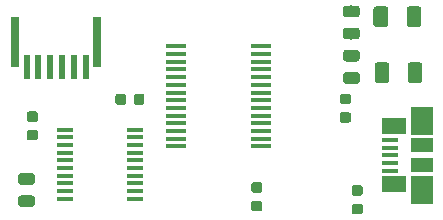
<source format=gtp>
G04 #@! TF.GenerationSoftware,KiCad,Pcbnew,(5.0.0)*
G04 #@! TF.CreationDate,2019-01-18T23:40:16+01:00*
G04 #@! TF.ProjectId,converterboard,636F6E766572746572626F6172642E6B,rev?*
G04 #@! TF.SameCoordinates,Original*
G04 #@! TF.FileFunction,Paste,Top*
G04 #@! TF.FilePolarity,Positive*
%FSLAX46Y46*%
G04 Gerber Fmt 4.6, Leading zero omitted, Abs format (unit mm)*
G04 Created by KiCad (PCBNEW (5.0.0)) date 01/18/19 23:40:16*
%MOMM*%
%LPD*%
G01*
G04 APERTURE LIST*
%ADD10R,1.450000X0.450000*%
%ADD11C,0.100000*%
%ADD12C,0.875000*%
%ADD13R,1.380000X0.450000*%
%ADD14R,2.100000X1.475000*%
%ADD15R,1.900000X2.375000*%
%ADD16R,1.900000X1.175000*%
%ADD17C,1.250000*%
%ADD18R,0.700000X4.200000*%
%ADD19R,0.600000X2.000000*%
%ADD20R,1.750000X0.450000*%
%ADD21C,0.975000*%
G04 APERTURE END LIST*
D10*
G04 #@! TO.C,U2*
X161550000Y-111325000D03*
X161550000Y-111975000D03*
X161550000Y-112625000D03*
X161550000Y-113275000D03*
X161550000Y-113925000D03*
X161550000Y-114575000D03*
X161550000Y-115225000D03*
X161550000Y-115875000D03*
X161550000Y-116525000D03*
X161550000Y-117175000D03*
X167450000Y-117175000D03*
X167450000Y-116525000D03*
X167450000Y-115875000D03*
X167450000Y-115225000D03*
X167450000Y-114575000D03*
X167450000Y-113925000D03*
X167450000Y-113275000D03*
X167450000Y-112625000D03*
X167450000Y-111975000D03*
X167450000Y-111325000D03*
G04 #@! TD*
D11*
G04 #@! TO.C,C5*
G36*
X168027691Y-108276053D02*
X168048926Y-108279203D01*
X168069750Y-108284419D01*
X168089962Y-108291651D01*
X168109368Y-108300830D01*
X168127781Y-108311866D01*
X168145024Y-108324654D01*
X168160930Y-108339070D01*
X168175346Y-108354976D01*
X168188134Y-108372219D01*
X168199170Y-108390632D01*
X168208349Y-108410038D01*
X168215581Y-108430250D01*
X168220797Y-108451074D01*
X168223947Y-108472309D01*
X168225000Y-108493750D01*
X168225000Y-109006250D01*
X168223947Y-109027691D01*
X168220797Y-109048926D01*
X168215581Y-109069750D01*
X168208349Y-109089962D01*
X168199170Y-109109368D01*
X168188134Y-109127781D01*
X168175346Y-109145024D01*
X168160930Y-109160930D01*
X168145024Y-109175346D01*
X168127781Y-109188134D01*
X168109368Y-109199170D01*
X168089962Y-109208349D01*
X168069750Y-109215581D01*
X168048926Y-109220797D01*
X168027691Y-109223947D01*
X168006250Y-109225000D01*
X167568750Y-109225000D01*
X167547309Y-109223947D01*
X167526074Y-109220797D01*
X167505250Y-109215581D01*
X167485038Y-109208349D01*
X167465632Y-109199170D01*
X167447219Y-109188134D01*
X167429976Y-109175346D01*
X167414070Y-109160930D01*
X167399654Y-109145024D01*
X167386866Y-109127781D01*
X167375830Y-109109368D01*
X167366651Y-109089962D01*
X167359419Y-109069750D01*
X167354203Y-109048926D01*
X167351053Y-109027691D01*
X167350000Y-109006250D01*
X167350000Y-108493750D01*
X167351053Y-108472309D01*
X167354203Y-108451074D01*
X167359419Y-108430250D01*
X167366651Y-108410038D01*
X167375830Y-108390632D01*
X167386866Y-108372219D01*
X167399654Y-108354976D01*
X167414070Y-108339070D01*
X167429976Y-108324654D01*
X167447219Y-108311866D01*
X167465632Y-108300830D01*
X167485038Y-108291651D01*
X167505250Y-108284419D01*
X167526074Y-108279203D01*
X167547309Y-108276053D01*
X167568750Y-108275000D01*
X168006250Y-108275000D01*
X168027691Y-108276053D01*
X168027691Y-108276053D01*
G37*
D12*
X167787500Y-108750000D03*
D11*
G36*
X166452691Y-108276053D02*
X166473926Y-108279203D01*
X166494750Y-108284419D01*
X166514962Y-108291651D01*
X166534368Y-108300830D01*
X166552781Y-108311866D01*
X166570024Y-108324654D01*
X166585930Y-108339070D01*
X166600346Y-108354976D01*
X166613134Y-108372219D01*
X166624170Y-108390632D01*
X166633349Y-108410038D01*
X166640581Y-108430250D01*
X166645797Y-108451074D01*
X166648947Y-108472309D01*
X166650000Y-108493750D01*
X166650000Y-109006250D01*
X166648947Y-109027691D01*
X166645797Y-109048926D01*
X166640581Y-109069750D01*
X166633349Y-109089962D01*
X166624170Y-109109368D01*
X166613134Y-109127781D01*
X166600346Y-109145024D01*
X166585930Y-109160930D01*
X166570024Y-109175346D01*
X166552781Y-109188134D01*
X166534368Y-109199170D01*
X166514962Y-109208349D01*
X166494750Y-109215581D01*
X166473926Y-109220797D01*
X166452691Y-109223947D01*
X166431250Y-109225000D01*
X165993750Y-109225000D01*
X165972309Y-109223947D01*
X165951074Y-109220797D01*
X165930250Y-109215581D01*
X165910038Y-109208349D01*
X165890632Y-109199170D01*
X165872219Y-109188134D01*
X165854976Y-109175346D01*
X165839070Y-109160930D01*
X165824654Y-109145024D01*
X165811866Y-109127781D01*
X165800830Y-109109368D01*
X165791651Y-109089962D01*
X165784419Y-109069750D01*
X165779203Y-109048926D01*
X165776053Y-109027691D01*
X165775000Y-109006250D01*
X165775000Y-108493750D01*
X165776053Y-108472309D01*
X165779203Y-108451074D01*
X165784419Y-108430250D01*
X165791651Y-108410038D01*
X165800830Y-108390632D01*
X165811866Y-108372219D01*
X165824654Y-108354976D01*
X165839070Y-108339070D01*
X165854976Y-108324654D01*
X165872219Y-108311866D01*
X165890632Y-108300830D01*
X165910038Y-108291651D01*
X165930250Y-108284419D01*
X165951074Y-108279203D01*
X165972309Y-108276053D01*
X165993750Y-108275000D01*
X166431250Y-108275000D01*
X166452691Y-108276053D01*
X166452691Y-108276053D01*
G37*
D12*
X166212500Y-108750000D03*
G04 #@! TD*
D11*
G04 #@! TO.C,C4*
G36*
X159027691Y-109776053D02*
X159048926Y-109779203D01*
X159069750Y-109784419D01*
X159089962Y-109791651D01*
X159109368Y-109800830D01*
X159127781Y-109811866D01*
X159145024Y-109824654D01*
X159160930Y-109839070D01*
X159175346Y-109854976D01*
X159188134Y-109872219D01*
X159199170Y-109890632D01*
X159208349Y-109910038D01*
X159215581Y-109930250D01*
X159220797Y-109951074D01*
X159223947Y-109972309D01*
X159225000Y-109993750D01*
X159225000Y-110431250D01*
X159223947Y-110452691D01*
X159220797Y-110473926D01*
X159215581Y-110494750D01*
X159208349Y-110514962D01*
X159199170Y-110534368D01*
X159188134Y-110552781D01*
X159175346Y-110570024D01*
X159160930Y-110585930D01*
X159145024Y-110600346D01*
X159127781Y-110613134D01*
X159109368Y-110624170D01*
X159089962Y-110633349D01*
X159069750Y-110640581D01*
X159048926Y-110645797D01*
X159027691Y-110648947D01*
X159006250Y-110650000D01*
X158493750Y-110650000D01*
X158472309Y-110648947D01*
X158451074Y-110645797D01*
X158430250Y-110640581D01*
X158410038Y-110633349D01*
X158390632Y-110624170D01*
X158372219Y-110613134D01*
X158354976Y-110600346D01*
X158339070Y-110585930D01*
X158324654Y-110570024D01*
X158311866Y-110552781D01*
X158300830Y-110534368D01*
X158291651Y-110514962D01*
X158284419Y-110494750D01*
X158279203Y-110473926D01*
X158276053Y-110452691D01*
X158275000Y-110431250D01*
X158275000Y-109993750D01*
X158276053Y-109972309D01*
X158279203Y-109951074D01*
X158284419Y-109930250D01*
X158291651Y-109910038D01*
X158300830Y-109890632D01*
X158311866Y-109872219D01*
X158324654Y-109854976D01*
X158339070Y-109839070D01*
X158354976Y-109824654D01*
X158372219Y-109811866D01*
X158390632Y-109800830D01*
X158410038Y-109791651D01*
X158430250Y-109784419D01*
X158451074Y-109779203D01*
X158472309Y-109776053D01*
X158493750Y-109775000D01*
X159006250Y-109775000D01*
X159027691Y-109776053D01*
X159027691Y-109776053D01*
G37*
D12*
X158750000Y-110212500D03*
D11*
G36*
X159027691Y-111351053D02*
X159048926Y-111354203D01*
X159069750Y-111359419D01*
X159089962Y-111366651D01*
X159109368Y-111375830D01*
X159127781Y-111386866D01*
X159145024Y-111399654D01*
X159160930Y-111414070D01*
X159175346Y-111429976D01*
X159188134Y-111447219D01*
X159199170Y-111465632D01*
X159208349Y-111485038D01*
X159215581Y-111505250D01*
X159220797Y-111526074D01*
X159223947Y-111547309D01*
X159225000Y-111568750D01*
X159225000Y-112006250D01*
X159223947Y-112027691D01*
X159220797Y-112048926D01*
X159215581Y-112069750D01*
X159208349Y-112089962D01*
X159199170Y-112109368D01*
X159188134Y-112127781D01*
X159175346Y-112145024D01*
X159160930Y-112160930D01*
X159145024Y-112175346D01*
X159127781Y-112188134D01*
X159109368Y-112199170D01*
X159089962Y-112208349D01*
X159069750Y-112215581D01*
X159048926Y-112220797D01*
X159027691Y-112223947D01*
X159006250Y-112225000D01*
X158493750Y-112225000D01*
X158472309Y-112223947D01*
X158451074Y-112220797D01*
X158430250Y-112215581D01*
X158410038Y-112208349D01*
X158390632Y-112199170D01*
X158372219Y-112188134D01*
X158354976Y-112175346D01*
X158339070Y-112160930D01*
X158324654Y-112145024D01*
X158311866Y-112127781D01*
X158300830Y-112109368D01*
X158291651Y-112089962D01*
X158284419Y-112069750D01*
X158279203Y-112048926D01*
X158276053Y-112027691D01*
X158275000Y-112006250D01*
X158275000Y-111568750D01*
X158276053Y-111547309D01*
X158279203Y-111526074D01*
X158284419Y-111505250D01*
X158291651Y-111485038D01*
X158300830Y-111465632D01*
X158311866Y-111447219D01*
X158324654Y-111429976D01*
X158339070Y-111414070D01*
X158354976Y-111399654D01*
X158372219Y-111386866D01*
X158390632Y-111375830D01*
X158410038Y-111366651D01*
X158430250Y-111359419D01*
X158451074Y-111354203D01*
X158472309Y-111351053D01*
X158493750Y-111350000D01*
X159006250Y-111350000D01*
X159027691Y-111351053D01*
X159027691Y-111351053D01*
G37*
D12*
X158750000Y-111787500D03*
G04 #@! TD*
D11*
G04 #@! TO.C,C3*
G36*
X178027691Y-117351053D02*
X178048926Y-117354203D01*
X178069750Y-117359419D01*
X178089962Y-117366651D01*
X178109368Y-117375830D01*
X178127781Y-117386866D01*
X178145024Y-117399654D01*
X178160930Y-117414070D01*
X178175346Y-117429976D01*
X178188134Y-117447219D01*
X178199170Y-117465632D01*
X178208349Y-117485038D01*
X178215581Y-117505250D01*
X178220797Y-117526074D01*
X178223947Y-117547309D01*
X178225000Y-117568750D01*
X178225000Y-118006250D01*
X178223947Y-118027691D01*
X178220797Y-118048926D01*
X178215581Y-118069750D01*
X178208349Y-118089962D01*
X178199170Y-118109368D01*
X178188134Y-118127781D01*
X178175346Y-118145024D01*
X178160930Y-118160930D01*
X178145024Y-118175346D01*
X178127781Y-118188134D01*
X178109368Y-118199170D01*
X178089962Y-118208349D01*
X178069750Y-118215581D01*
X178048926Y-118220797D01*
X178027691Y-118223947D01*
X178006250Y-118225000D01*
X177493750Y-118225000D01*
X177472309Y-118223947D01*
X177451074Y-118220797D01*
X177430250Y-118215581D01*
X177410038Y-118208349D01*
X177390632Y-118199170D01*
X177372219Y-118188134D01*
X177354976Y-118175346D01*
X177339070Y-118160930D01*
X177324654Y-118145024D01*
X177311866Y-118127781D01*
X177300830Y-118109368D01*
X177291651Y-118089962D01*
X177284419Y-118069750D01*
X177279203Y-118048926D01*
X177276053Y-118027691D01*
X177275000Y-118006250D01*
X177275000Y-117568750D01*
X177276053Y-117547309D01*
X177279203Y-117526074D01*
X177284419Y-117505250D01*
X177291651Y-117485038D01*
X177300830Y-117465632D01*
X177311866Y-117447219D01*
X177324654Y-117429976D01*
X177339070Y-117414070D01*
X177354976Y-117399654D01*
X177372219Y-117386866D01*
X177390632Y-117375830D01*
X177410038Y-117366651D01*
X177430250Y-117359419D01*
X177451074Y-117354203D01*
X177472309Y-117351053D01*
X177493750Y-117350000D01*
X178006250Y-117350000D01*
X178027691Y-117351053D01*
X178027691Y-117351053D01*
G37*
D12*
X177750000Y-117787500D03*
D11*
G36*
X178027691Y-115776053D02*
X178048926Y-115779203D01*
X178069750Y-115784419D01*
X178089962Y-115791651D01*
X178109368Y-115800830D01*
X178127781Y-115811866D01*
X178145024Y-115824654D01*
X178160930Y-115839070D01*
X178175346Y-115854976D01*
X178188134Y-115872219D01*
X178199170Y-115890632D01*
X178208349Y-115910038D01*
X178215581Y-115930250D01*
X178220797Y-115951074D01*
X178223947Y-115972309D01*
X178225000Y-115993750D01*
X178225000Y-116431250D01*
X178223947Y-116452691D01*
X178220797Y-116473926D01*
X178215581Y-116494750D01*
X178208349Y-116514962D01*
X178199170Y-116534368D01*
X178188134Y-116552781D01*
X178175346Y-116570024D01*
X178160930Y-116585930D01*
X178145024Y-116600346D01*
X178127781Y-116613134D01*
X178109368Y-116624170D01*
X178089962Y-116633349D01*
X178069750Y-116640581D01*
X178048926Y-116645797D01*
X178027691Y-116648947D01*
X178006250Y-116650000D01*
X177493750Y-116650000D01*
X177472309Y-116648947D01*
X177451074Y-116645797D01*
X177430250Y-116640581D01*
X177410038Y-116633349D01*
X177390632Y-116624170D01*
X177372219Y-116613134D01*
X177354976Y-116600346D01*
X177339070Y-116585930D01*
X177324654Y-116570024D01*
X177311866Y-116552781D01*
X177300830Y-116534368D01*
X177291651Y-116514962D01*
X177284419Y-116494750D01*
X177279203Y-116473926D01*
X177276053Y-116452691D01*
X177275000Y-116431250D01*
X177275000Y-115993750D01*
X177276053Y-115972309D01*
X177279203Y-115951074D01*
X177284419Y-115930250D01*
X177291651Y-115910038D01*
X177300830Y-115890632D01*
X177311866Y-115872219D01*
X177324654Y-115854976D01*
X177339070Y-115839070D01*
X177354976Y-115824654D01*
X177372219Y-115811866D01*
X177390632Y-115800830D01*
X177410038Y-115791651D01*
X177430250Y-115784419D01*
X177451074Y-115779203D01*
X177472309Y-115776053D01*
X177493750Y-115775000D01*
X178006250Y-115775000D01*
X178027691Y-115776053D01*
X178027691Y-115776053D01*
G37*
D12*
X177750000Y-116212500D03*
G04 #@! TD*
D11*
G04 #@! TO.C,C1*
G36*
X186527691Y-116026053D02*
X186548926Y-116029203D01*
X186569750Y-116034419D01*
X186589962Y-116041651D01*
X186609368Y-116050830D01*
X186627781Y-116061866D01*
X186645024Y-116074654D01*
X186660930Y-116089070D01*
X186675346Y-116104976D01*
X186688134Y-116122219D01*
X186699170Y-116140632D01*
X186708349Y-116160038D01*
X186715581Y-116180250D01*
X186720797Y-116201074D01*
X186723947Y-116222309D01*
X186725000Y-116243750D01*
X186725000Y-116681250D01*
X186723947Y-116702691D01*
X186720797Y-116723926D01*
X186715581Y-116744750D01*
X186708349Y-116764962D01*
X186699170Y-116784368D01*
X186688134Y-116802781D01*
X186675346Y-116820024D01*
X186660930Y-116835930D01*
X186645024Y-116850346D01*
X186627781Y-116863134D01*
X186609368Y-116874170D01*
X186589962Y-116883349D01*
X186569750Y-116890581D01*
X186548926Y-116895797D01*
X186527691Y-116898947D01*
X186506250Y-116900000D01*
X185993750Y-116900000D01*
X185972309Y-116898947D01*
X185951074Y-116895797D01*
X185930250Y-116890581D01*
X185910038Y-116883349D01*
X185890632Y-116874170D01*
X185872219Y-116863134D01*
X185854976Y-116850346D01*
X185839070Y-116835930D01*
X185824654Y-116820024D01*
X185811866Y-116802781D01*
X185800830Y-116784368D01*
X185791651Y-116764962D01*
X185784419Y-116744750D01*
X185779203Y-116723926D01*
X185776053Y-116702691D01*
X185775000Y-116681250D01*
X185775000Y-116243750D01*
X185776053Y-116222309D01*
X185779203Y-116201074D01*
X185784419Y-116180250D01*
X185791651Y-116160038D01*
X185800830Y-116140632D01*
X185811866Y-116122219D01*
X185824654Y-116104976D01*
X185839070Y-116089070D01*
X185854976Y-116074654D01*
X185872219Y-116061866D01*
X185890632Y-116050830D01*
X185910038Y-116041651D01*
X185930250Y-116034419D01*
X185951074Y-116029203D01*
X185972309Y-116026053D01*
X185993750Y-116025000D01*
X186506250Y-116025000D01*
X186527691Y-116026053D01*
X186527691Y-116026053D01*
G37*
D12*
X186250000Y-116462500D03*
D11*
G36*
X186527691Y-117601053D02*
X186548926Y-117604203D01*
X186569750Y-117609419D01*
X186589962Y-117616651D01*
X186609368Y-117625830D01*
X186627781Y-117636866D01*
X186645024Y-117649654D01*
X186660930Y-117664070D01*
X186675346Y-117679976D01*
X186688134Y-117697219D01*
X186699170Y-117715632D01*
X186708349Y-117735038D01*
X186715581Y-117755250D01*
X186720797Y-117776074D01*
X186723947Y-117797309D01*
X186725000Y-117818750D01*
X186725000Y-118256250D01*
X186723947Y-118277691D01*
X186720797Y-118298926D01*
X186715581Y-118319750D01*
X186708349Y-118339962D01*
X186699170Y-118359368D01*
X186688134Y-118377781D01*
X186675346Y-118395024D01*
X186660930Y-118410930D01*
X186645024Y-118425346D01*
X186627781Y-118438134D01*
X186609368Y-118449170D01*
X186589962Y-118458349D01*
X186569750Y-118465581D01*
X186548926Y-118470797D01*
X186527691Y-118473947D01*
X186506250Y-118475000D01*
X185993750Y-118475000D01*
X185972309Y-118473947D01*
X185951074Y-118470797D01*
X185930250Y-118465581D01*
X185910038Y-118458349D01*
X185890632Y-118449170D01*
X185872219Y-118438134D01*
X185854976Y-118425346D01*
X185839070Y-118410930D01*
X185824654Y-118395024D01*
X185811866Y-118377781D01*
X185800830Y-118359368D01*
X185791651Y-118339962D01*
X185784419Y-118319750D01*
X185779203Y-118298926D01*
X185776053Y-118277691D01*
X185775000Y-118256250D01*
X185775000Y-117818750D01*
X185776053Y-117797309D01*
X185779203Y-117776074D01*
X185784419Y-117755250D01*
X185791651Y-117735038D01*
X185800830Y-117715632D01*
X185811866Y-117697219D01*
X185824654Y-117679976D01*
X185839070Y-117664070D01*
X185854976Y-117649654D01*
X185872219Y-117636866D01*
X185890632Y-117625830D01*
X185910038Y-117616651D01*
X185930250Y-117609419D01*
X185951074Y-117604203D01*
X185972309Y-117601053D01*
X185993750Y-117600000D01*
X186506250Y-117600000D01*
X186527691Y-117601053D01*
X186527691Y-117601053D01*
G37*
D12*
X186250000Y-118037500D03*
G04 #@! TD*
D13*
G04 #@! TO.C,J1*
X189040000Y-114800000D03*
X189040000Y-114150000D03*
X189040000Y-113500000D03*
X189040000Y-112850000D03*
X189040000Y-112200000D03*
D14*
X189400000Y-115962500D03*
X189400000Y-111037500D03*
D15*
X191700000Y-116410000D03*
X191700000Y-110590000D03*
D16*
X191700000Y-114340000D03*
X191700000Y-112660000D03*
G04 #@! TD*
D11*
G04 #@! TO.C,D2*
G36*
X188749504Y-105626204D02*
X188773773Y-105629804D01*
X188797571Y-105635765D01*
X188820671Y-105644030D01*
X188842849Y-105654520D01*
X188863893Y-105667133D01*
X188883598Y-105681747D01*
X188901777Y-105698223D01*
X188918253Y-105716402D01*
X188932867Y-105736107D01*
X188945480Y-105757151D01*
X188955970Y-105779329D01*
X188964235Y-105802429D01*
X188970196Y-105826227D01*
X188973796Y-105850496D01*
X188975000Y-105875000D01*
X188975000Y-107125000D01*
X188973796Y-107149504D01*
X188970196Y-107173773D01*
X188964235Y-107197571D01*
X188955970Y-107220671D01*
X188945480Y-107242849D01*
X188932867Y-107263893D01*
X188918253Y-107283598D01*
X188901777Y-107301777D01*
X188883598Y-107318253D01*
X188863893Y-107332867D01*
X188842849Y-107345480D01*
X188820671Y-107355970D01*
X188797571Y-107364235D01*
X188773773Y-107370196D01*
X188749504Y-107373796D01*
X188725000Y-107375000D01*
X187975000Y-107375000D01*
X187950496Y-107373796D01*
X187926227Y-107370196D01*
X187902429Y-107364235D01*
X187879329Y-107355970D01*
X187857151Y-107345480D01*
X187836107Y-107332867D01*
X187816402Y-107318253D01*
X187798223Y-107301777D01*
X187781747Y-107283598D01*
X187767133Y-107263893D01*
X187754520Y-107242849D01*
X187744030Y-107220671D01*
X187735765Y-107197571D01*
X187729804Y-107173773D01*
X187726204Y-107149504D01*
X187725000Y-107125000D01*
X187725000Y-105875000D01*
X187726204Y-105850496D01*
X187729804Y-105826227D01*
X187735765Y-105802429D01*
X187744030Y-105779329D01*
X187754520Y-105757151D01*
X187767133Y-105736107D01*
X187781747Y-105716402D01*
X187798223Y-105698223D01*
X187816402Y-105681747D01*
X187836107Y-105667133D01*
X187857151Y-105654520D01*
X187879329Y-105644030D01*
X187902429Y-105635765D01*
X187926227Y-105629804D01*
X187950496Y-105626204D01*
X187975000Y-105625000D01*
X188725000Y-105625000D01*
X188749504Y-105626204D01*
X188749504Y-105626204D01*
G37*
D17*
X188350000Y-106500000D03*
D11*
G36*
X191549504Y-105626204D02*
X191573773Y-105629804D01*
X191597571Y-105635765D01*
X191620671Y-105644030D01*
X191642849Y-105654520D01*
X191663893Y-105667133D01*
X191683598Y-105681747D01*
X191701777Y-105698223D01*
X191718253Y-105716402D01*
X191732867Y-105736107D01*
X191745480Y-105757151D01*
X191755970Y-105779329D01*
X191764235Y-105802429D01*
X191770196Y-105826227D01*
X191773796Y-105850496D01*
X191775000Y-105875000D01*
X191775000Y-107125000D01*
X191773796Y-107149504D01*
X191770196Y-107173773D01*
X191764235Y-107197571D01*
X191755970Y-107220671D01*
X191745480Y-107242849D01*
X191732867Y-107263893D01*
X191718253Y-107283598D01*
X191701777Y-107301777D01*
X191683598Y-107318253D01*
X191663893Y-107332867D01*
X191642849Y-107345480D01*
X191620671Y-107355970D01*
X191597571Y-107364235D01*
X191573773Y-107370196D01*
X191549504Y-107373796D01*
X191525000Y-107375000D01*
X190775000Y-107375000D01*
X190750496Y-107373796D01*
X190726227Y-107370196D01*
X190702429Y-107364235D01*
X190679329Y-107355970D01*
X190657151Y-107345480D01*
X190636107Y-107332867D01*
X190616402Y-107318253D01*
X190598223Y-107301777D01*
X190581747Y-107283598D01*
X190567133Y-107263893D01*
X190554520Y-107242849D01*
X190544030Y-107220671D01*
X190535765Y-107197571D01*
X190529804Y-107173773D01*
X190526204Y-107149504D01*
X190525000Y-107125000D01*
X190525000Y-105875000D01*
X190526204Y-105850496D01*
X190529804Y-105826227D01*
X190535765Y-105802429D01*
X190544030Y-105779329D01*
X190554520Y-105757151D01*
X190567133Y-105736107D01*
X190581747Y-105716402D01*
X190598223Y-105698223D01*
X190616402Y-105681747D01*
X190636107Y-105667133D01*
X190657151Y-105654520D01*
X190679329Y-105644030D01*
X190702429Y-105635765D01*
X190726227Y-105629804D01*
X190750496Y-105626204D01*
X190775000Y-105625000D01*
X191525000Y-105625000D01*
X191549504Y-105626204D01*
X191549504Y-105626204D01*
G37*
D17*
X191150000Y-106500000D03*
G04 #@! TD*
D11*
G04 #@! TO.C,D1*
G36*
X191449504Y-100876204D02*
X191473773Y-100879804D01*
X191497571Y-100885765D01*
X191520671Y-100894030D01*
X191542849Y-100904520D01*
X191563893Y-100917133D01*
X191583598Y-100931747D01*
X191601777Y-100948223D01*
X191618253Y-100966402D01*
X191632867Y-100986107D01*
X191645480Y-101007151D01*
X191655970Y-101029329D01*
X191664235Y-101052429D01*
X191670196Y-101076227D01*
X191673796Y-101100496D01*
X191675000Y-101125000D01*
X191675000Y-102375000D01*
X191673796Y-102399504D01*
X191670196Y-102423773D01*
X191664235Y-102447571D01*
X191655970Y-102470671D01*
X191645480Y-102492849D01*
X191632867Y-102513893D01*
X191618253Y-102533598D01*
X191601777Y-102551777D01*
X191583598Y-102568253D01*
X191563893Y-102582867D01*
X191542849Y-102595480D01*
X191520671Y-102605970D01*
X191497571Y-102614235D01*
X191473773Y-102620196D01*
X191449504Y-102623796D01*
X191425000Y-102625000D01*
X190675000Y-102625000D01*
X190650496Y-102623796D01*
X190626227Y-102620196D01*
X190602429Y-102614235D01*
X190579329Y-102605970D01*
X190557151Y-102595480D01*
X190536107Y-102582867D01*
X190516402Y-102568253D01*
X190498223Y-102551777D01*
X190481747Y-102533598D01*
X190467133Y-102513893D01*
X190454520Y-102492849D01*
X190444030Y-102470671D01*
X190435765Y-102447571D01*
X190429804Y-102423773D01*
X190426204Y-102399504D01*
X190425000Y-102375000D01*
X190425000Y-101125000D01*
X190426204Y-101100496D01*
X190429804Y-101076227D01*
X190435765Y-101052429D01*
X190444030Y-101029329D01*
X190454520Y-101007151D01*
X190467133Y-100986107D01*
X190481747Y-100966402D01*
X190498223Y-100948223D01*
X190516402Y-100931747D01*
X190536107Y-100917133D01*
X190557151Y-100904520D01*
X190579329Y-100894030D01*
X190602429Y-100885765D01*
X190626227Y-100879804D01*
X190650496Y-100876204D01*
X190675000Y-100875000D01*
X191425000Y-100875000D01*
X191449504Y-100876204D01*
X191449504Y-100876204D01*
G37*
D17*
X191050000Y-101750000D03*
D11*
G36*
X188649504Y-100876204D02*
X188673773Y-100879804D01*
X188697571Y-100885765D01*
X188720671Y-100894030D01*
X188742849Y-100904520D01*
X188763893Y-100917133D01*
X188783598Y-100931747D01*
X188801777Y-100948223D01*
X188818253Y-100966402D01*
X188832867Y-100986107D01*
X188845480Y-101007151D01*
X188855970Y-101029329D01*
X188864235Y-101052429D01*
X188870196Y-101076227D01*
X188873796Y-101100496D01*
X188875000Y-101125000D01*
X188875000Y-102375000D01*
X188873796Y-102399504D01*
X188870196Y-102423773D01*
X188864235Y-102447571D01*
X188855970Y-102470671D01*
X188845480Y-102492849D01*
X188832867Y-102513893D01*
X188818253Y-102533598D01*
X188801777Y-102551777D01*
X188783598Y-102568253D01*
X188763893Y-102582867D01*
X188742849Y-102595480D01*
X188720671Y-102605970D01*
X188697571Y-102614235D01*
X188673773Y-102620196D01*
X188649504Y-102623796D01*
X188625000Y-102625000D01*
X187875000Y-102625000D01*
X187850496Y-102623796D01*
X187826227Y-102620196D01*
X187802429Y-102614235D01*
X187779329Y-102605970D01*
X187757151Y-102595480D01*
X187736107Y-102582867D01*
X187716402Y-102568253D01*
X187698223Y-102551777D01*
X187681747Y-102533598D01*
X187667133Y-102513893D01*
X187654520Y-102492849D01*
X187644030Y-102470671D01*
X187635765Y-102447571D01*
X187629804Y-102423773D01*
X187626204Y-102399504D01*
X187625000Y-102375000D01*
X187625000Y-101125000D01*
X187626204Y-101100496D01*
X187629804Y-101076227D01*
X187635765Y-101052429D01*
X187644030Y-101029329D01*
X187654520Y-101007151D01*
X187667133Y-100986107D01*
X187681747Y-100966402D01*
X187698223Y-100948223D01*
X187716402Y-100931747D01*
X187736107Y-100917133D01*
X187757151Y-100904520D01*
X187779329Y-100894030D01*
X187802429Y-100885765D01*
X187826227Y-100879804D01*
X187850496Y-100876204D01*
X187875000Y-100875000D01*
X188625000Y-100875000D01*
X188649504Y-100876204D01*
X188649504Y-100876204D01*
G37*
D17*
X188250000Y-101750000D03*
G04 #@! TD*
D18*
G04 #@! TO.C,CON1*
X157250000Y-103900000D03*
D19*
X158250000Y-106000000D03*
X159250000Y-106000000D03*
X160250000Y-106000000D03*
X161250000Y-106000000D03*
X162250000Y-106000000D03*
X163250000Y-106000000D03*
D18*
X164250000Y-103900000D03*
G04 #@! TD*
D11*
G04 #@! TO.C,L1*
G36*
X185527691Y-108276053D02*
X185548926Y-108279203D01*
X185569750Y-108284419D01*
X185589962Y-108291651D01*
X185609368Y-108300830D01*
X185627781Y-108311866D01*
X185645024Y-108324654D01*
X185660930Y-108339070D01*
X185675346Y-108354976D01*
X185688134Y-108372219D01*
X185699170Y-108390632D01*
X185708349Y-108410038D01*
X185715581Y-108430250D01*
X185720797Y-108451074D01*
X185723947Y-108472309D01*
X185725000Y-108493750D01*
X185725000Y-108931250D01*
X185723947Y-108952691D01*
X185720797Y-108973926D01*
X185715581Y-108994750D01*
X185708349Y-109014962D01*
X185699170Y-109034368D01*
X185688134Y-109052781D01*
X185675346Y-109070024D01*
X185660930Y-109085930D01*
X185645024Y-109100346D01*
X185627781Y-109113134D01*
X185609368Y-109124170D01*
X185589962Y-109133349D01*
X185569750Y-109140581D01*
X185548926Y-109145797D01*
X185527691Y-109148947D01*
X185506250Y-109150000D01*
X184993750Y-109150000D01*
X184972309Y-109148947D01*
X184951074Y-109145797D01*
X184930250Y-109140581D01*
X184910038Y-109133349D01*
X184890632Y-109124170D01*
X184872219Y-109113134D01*
X184854976Y-109100346D01*
X184839070Y-109085930D01*
X184824654Y-109070024D01*
X184811866Y-109052781D01*
X184800830Y-109034368D01*
X184791651Y-109014962D01*
X184784419Y-108994750D01*
X184779203Y-108973926D01*
X184776053Y-108952691D01*
X184775000Y-108931250D01*
X184775000Y-108493750D01*
X184776053Y-108472309D01*
X184779203Y-108451074D01*
X184784419Y-108430250D01*
X184791651Y-108410038D01*
X184800830Y-108390632D01*
X184811866Y-108372219D01*
X184824654Y-108354976D01*
X184839070Y-108339070D01*
X184854976Y-108324654D01*
X184872219Y-108311866D01*
X184890632Y-108300830D01*
X184910038Y-108291651D01*
X184930250Y-108284419D01*
X184951074Y-108279203D01*
X184972309Y-108276053D01*
X184993750Y-108275000D01*
X185506250Y-108275000D01*
X185527691Y-108276053D01*
X185527691Y-108276053D01*
G37*
D12*
X185250000Y-108712500D03*
D11*
G36*
X185527691Y-109851053D02*
X185548926Y-109854203D01*
X185569750Y-109859419D01*
X185589962Y-109866651D01*
X185609368Y-109875830D01*
X185627781Y-109886866D01*
X185645024Y-109899654D01*
X185660930Y-109914070D01*
X185675346Y-109929976D01*
X185688134Y-109947219D01*
X185699170Y-109965632D01*
X185708349Y-109985038D01*
X185715581Y-110005250D01*
X185720797Y-110026074D01*
X185723947Y-110047309D01*
X185725000Y-110068750D01*
X185725000Y-110506250D01*
X185723947Y-110527691D01*
X185720797Y-110548926D01*
X185715581Y-110569750D01*
X185708349Y-110589962D01*
X185699170Y-110609368D01*
X185688134Y-110627781D01*
X185675346Y-110645024D01*
X185660930Y-110660930D01*
X185645024Y-110675346D01*
X185627781Y-110688134D01*
X185609368Y-110699170D01*
X185589962Y-110708349D01*
X185569750Y-110715581D01*
X185548926Y-110720797D01*
X185527691Y-110723947D01*
X185506250Y-110725000D01*
X184993750Y-110725000D01*
X184972309Y-110723947D01*
X184951074Y-110720797D01*
X184930250Y-110715581D01*
X184910038Y-110708349D01*
X184890632Y-110699170D01*
X184872219Y-110688134D01*
X184854976Y-110675346D01*
X184839070Y-110660930D01*
X184824654Y-110645024D01*
X184811866Y-110627781D01*
X184800830Y-110609368D01*
X184791651Y-110589962D01*
X184784419Y-110569750D01*
X184779203Y-110548926D01*
X184776053Y-110527691D01*
X184775000Y-110506250D01*
X184775000Y-110068750D01*
X184776053Y-110047309D01*
X184779203Y-110026074D01*
X184784419Y-110005250D01*
X184791651Y-109985038D01*
X184800830Y-109965632D01*
X184811866Y-109947219D01*
X184824654Y-109929976D01*
X184839070Y-109914070D01*
X184854976Y-109899654D01*
X184872219Y-109886866D01*
X184890632Y-109875830D01*
X184910038Y-109866651D01*
X184930250Y-109859419D01*
X184951074Y-109854203D01*
X184972309Y-109851053D01*
X184993750Y-109850000D01*
X185506250Y-109850000D01*
X185527691Y-109851053D01*
X185527691Y-109851053D01*
G37*
D12*
X185250000Y-110287500D03*
G04 #@! TD*
D20*
G04 #@! TO.C,U1*
X170900000Y-104275000D03*
X170900000Y-104925000D03*
X170900000Y-105575000D03*
X170900000Y-106225000D03*
X170900000Y-106875000D03*
X170900000Y-107525000D03*
X170900000Y-108175000D03*
X170900000Y-108825000D03*
X170900000Y-109475000D03*
X170900000Y-110125000D03*
X170900000Y-110775000D03*
X170900000Y-111425000D03*
X170900000Y-112075000D03*
X170900000Y-112725000D03*
X178100000Y-112725000D03*
X178100000Y-112075000D03*
X178100000Y-111425000D03*
X178100000Y-110775000D03*
X178100000Y-110125000D03*
X178100000Y-109475000D03*
X178100000Y-108825000D03*
X178100000Y-108175000D03*
X178100000Y-107525000D03*
X178100000Y-106875000D03*
X178100000Y-106225000D03*
X178100000Y-105575000D03*
X178100000Y-104925000D03*
X178100000Y-104275000D03*
G04 #@! TD*
D11*
G04 #@! TO.C,R3*
G36*
X186230142Y-104576174D02*
X186253803Y-104579684D01*
X186277007Y-104585496D01*
X186299529Y-104593554D01*
X186321153Y-104603782D01*
X186341670Y-104616079D01*
X186360883Y-104630329D01*
X186378607Y-104646393D01*
X186394671Y-104664117D01*
X186408921Y-104683330D01*
X186421218Y-104703847D01*
X186431446Y-104725471D01*
X186439504Y-104747993D01*
X186445316Y-104771197D01*
X186448826Y-104794858D01*
X186450000Y-104818750D01*
X186450000Y-105306250D01*
X186448826Y-105330142D01*
X186445316Y-105353803D01*
X186439504Y-105377007D01*
X186431446Y-105399529D01*
X186421218Y-105421153D01*
X186408921Y-105441670D01*
X186394671Y-105460883D01*
X186378607Y-105478607D01*
X186360883Y-105494671D01*
X186341670Y-105508921D01*
X186321153Y-105521218D01*
X186299529Y-105531446D01*
X186277007Y-105539504D01*
X186253803Y-105545316D01*
X186230142Y-105548826D01*
X186206250Y-105550000D01*
X185293750Y-105550000D01*
X185269858Y-105548826D01*
X185246197Y-105545316D01*
X185222993Y-105539504D01*
X185200471Y-105531446D01*
X185178847Y-105521218D01*
X185158330Y-105508921D01*
X185139117Y-105494671D01*
X185121393Y-105478607D01*
X185105329Y-105460883D01*
X185091079Y-105441670D01*
X185078782Y-105421153D01*
X185068554Y-105399529D01*
X185060496Y-105377007D01*
X185054684Y-105353803D01*
X185051174Y-105330142D01*
X185050000Y-105306250D01*
X185050000Y-104818750D01*
X185051174Y-104794858D01*
X185054684Y-104771197D01*
X185060496Y-104747993D01*
X185068554Y-104725471D01*
X185078782Y-104703847D01*
X185091079Y-104683330D01*
X185105329Y-104664117D01*
X185121393Y-104646393D01*
X185139117Y-104630329D01*
X185158330Y-104616079D01*
X185178847Y-104603782D01*
X185200471Y-104593554D01*
X185222993Y-104585496D01*
X185246197Y-104579684D01*
X185269858Y-104576174D01*
X185293750Y-104575000D01*
X186206250Y-104575000D01*
X186230142Y-104576174D01*
X186230142Y-104576174D01*
G37*
D21*
X185750000Y-105062500D03*
D11*
G36*
X186230142Y-106451174D02*
X186253803Y-106454684D01*
X186277007Y-106460496D01*
X186299529Y-106468554D01*
X186321153Y-106478782D01*
X186341670Y-106491079D01*
X186360883Y-106505329D01*
X186378607Y-106521393D01*
X186394671Y-106539117D01*
X186408921Y-106558330D01*
X186421218Y-106578847D01*
X186431446Y-106600471D01*
X186439504Y-106622993D01*
X186445316Y-106646197D01*
X186448826Y-106669858D01*
X186450000Y-106693750D01*
X186450000Y-107181250D01*
X186448826Y-107205142D01*
X186445316Y-107228803D01*
X186439504Y-107252007D01*
X186431446Y-107274529D01*
X186421218Y-107296153D01*
X186408921Y-107316670D01*
X186394671Y-107335883D01*
X186378607Y-107353607D01*
X186360883Y-107369671D01*
X186341670Y-107383921D01*
X186321153Y-107396218D01*
X186299529Y-107406446D01*
X186277007Y-107414504D01*
X186253803Y-107420316D01*
X186230142Y-107423826D01*
X186206250Y-107425000D01*
X185293750Y-107425000D01*
X185269858Y-107423826D01*
X185246197Y-107420316D01*
X185222993Y-107414504D01*
X185200471Y-107406446D01*
X185178847Y-107396218D01*
X185158330Y-107383921D01*
X185139117Y-107369671D01*
X185121393Y-107353607D01*
X185105329Y-107335883D01*
X185091079Y-107316670D01*
X185078782Y-107296153D01*
X185068554Y-107274529D01*
X185060496Y-107252007D01*
X185054684Y-107228803D01*
X185051174Y-107205142D01*
X185050000Y-107181250D01*
X185050000Y-106693750D01*
X185051174Y-106669858D01*
X185054684Y-106646197D01*
X185060496Y-106622993D01*
X185068554Y-106600471D01*
X185078782Y-106578847D01*
X185091079Y-106558330D01*
X185105329Y-106539117D01*
X185121393Y-106521393D01*
X185139117Y-106505329D01*
X185158330Y-106491079D01*
X185178847Y-106478782D01*
X185200471Y-106468554D01*
X185222993Y-106460496D01*
X185246197Y-106454684D01*
X185269858Y-106451174D01*
X185293750Y-106450000D01*
X186206250Y-106450000D01*
X186230142Y-106451174D01*
X186230142Y-106451174D01*
G37*
D21*
X185750000Y-106937500D03*
G04 #@! TD*
D11*
G04 #@! TO.C,R2*
G36*
X186230142Y-100826174D02*
X186253803Y-100829684D01*
X186277007Y-100835496D01*
X186299529Y-100843554D01*
X186321153Y-100853782D01*
X186341670Y-100866079D01*
X186360883Y-100880329D01*
X186378607Y-100896393D01*
X186394671Y-100914117D01*
X186408921Y-100933330D01*
X186421218Y-100953847D01*
X186431446Y-100975471D01*
X186439504Y-100997993D01*
X186445316Y-101021197D01*
X186448826Y-101044858D01*
X186450000Y-101068750D01*
X186450000Y-101556250D01*
X186448826Y-101580142D01*
X186445316Y-101603803D01*
X186439504Y-101627007D01*
X186431446Y-101649529D01*
X186421218Y-101671153D01*
X186408921Y-101691670D01*
X186394671Y-101710883D01*
X186378607Y-101728607D01*
X186360883Y-101744671D01*
X186341670Y-101758921D01*
X186321153Y-101771218D01*
X186299529Y-101781446D01*
X186277007Y-101789504D01*
X186253803Y-101795316D01*
X186230142Y-101798826D01*
X186206250Y-101800000D01*
X185293750Y-101800000D01*
X185269858Y-101798826D01*
X185246197Y-101795316D01*
X185222993Y-101789504D01*
X185200471Y-101781446D01*
X185178847Y-101771218D01*
X185158330Y-101758921D01*
X185139117Y-101744671D01*
X185121393Y-101728607D01*
X185105329Y-101710883D01*
X185091079Y-101691670D01*
X185078782Y-101671153D01*
X185068554Y-101649529D01*
X185060496Y-101627007D01*
X185054684Y-101603803D01*
X185051174Y-101580142D01*
X185050000Y-101556250D01*
X185050000Y-101068750D01*
X185051174Y-101044858D01*
X185054684Y-101021197D01*
X185060496Y-100997993D01*
X185068554Y-100975471D01*
X185078782Y-100953847D01*
X185091079Y-100933330D01*
X185105329Y-100914117D01*
X185121393Y-100896393D01*
X185139117Y-100880329D01*
X185158330Y-100866079D01*
X185178847Y-100853782D01*
X185200471Y-100843554D01*
X185222993Y-100835496D01*
X185246197Y-100829684D01*
X185269858Y-100826174D01*
X185293750Y-100825000D01*
X186206250Y-100825000D01*
X186230142Y-100826174D01*
X186230142Y-100826174D01*
G37*
D21*
X185750000Y-101312500D03*
D11*
G36*
X186230142Y-102701174D02*
X186253803Y-102704684D01*
X186277007Y-102710496D01*
X186299529Y-102718554D01*
X186321153Y-102728782D01*
X186341670Y-102741079D01*
X186360883Y-102755329D01*
X186378607Y-102771393D01*
X186394671Y-102789117D01*
X186408921Y-102808330D01*
X186421218Y-102828847D01*
X186431446Y-102850471D01*
X186439504Y-102872993D01*
X186445316Y-102896197D01*
X186448826Y-102919858D01*
X186450000Y-102943750D01*
X186450000Y-103431250D01*
X186448826Y-103455142D01*
X186445316Y-103478803D01*
X186439504Y-103502007D01*
X186431446Y-103524529D01*
X186421218Y-103546153D01*
X186408921Y-103566670D01*
X186394671Y-103585883D01*
X186378607Y-103603607D01*
X186360883Y-103619671D01*
X186341670Y-103633921D01*
X186321153Y-103646218D01*
X186299529Y-103656446D01*
X186277007Y-103664504D01*
X186253803Y-103670316D01*
X186230142Y-103673826D01*
X186206250Y-103675000D01*
X185293750Y-103675000D01*
X185269858Y-103673826D01*
X185246197Y-103670316D01*
X185222993Y-103664504D01*
X185200471Y-103656446D01*
X185178847Y-103646218D01*
X185158330Y-103633921D01*
X185139117Y-103619671D01*
X185121393Y-103603607D01*
X185105329Y-103585883D01*
X185091079Y-103566670D01*
X185078782Y-103546153D01*
X185068554Y-103524529D01*
X185060496Y-103502007D01*
X185054684Y-103478803D01*
X185051174Y-103455142D01*
X185050000Y-103431250D01*
X185050000Y-102943750D01*
X185051174Y-102919858D01*
X185054684Y-102896197D01*
X185060496Y-102872993D01*
X185068554Y-102850471D01*
X185078782Y-102828847D01*
X185091079Y-102808330D01*
X185105329Y-102789117D01*
X185121393Y-102771393D01*
X185139117Y-102755329D01*
X185158330Y-102741079D01*
X185178847Y-102728782D01*
X185200471Y-102718554D01*
X185222993Y-102710496D01*
X185246197Y-102704684D01*
X185269858Y-102701174D01*
X185293750Y-102700000D01*
X186206250Y-102700000D01*
X186230142Y-102701174D01*
X186230142Y-102701174D01*
G37*
D21*
X185750000Y-103187500D03*
G04 #@! TD*
D11*
G04 #@! TO.C,R1*
G36*
X158730142Y-116888674D02*
X158753803Y-116892184D01*
X158777007Y-116897996D01*
X158799529Y-116906054D01*
X158821153Y-116916282D01*
X158841670Y-116928579D01*
X158860883Y-116942829D01*
X158878607Y-116958893D01*
X158894671Y-116976617D01*
X158908921Y-116995830D01*
X158921218Y-117016347D01*
X158931446Y-117037971D01*
X158939504Y-117060493D01*
X158945316Y-117083697D01*
X158948826Y-117107358D01*
X158950000Y-117131250D01*
X158950000Y-117618750D01*
X158948826Y-117642642D01*
X158945316Y-117666303D01*
X158939504Y-117689507D01*
X158931446Y-117712029D01*
X158921218Y-117733653D01*
X158908921Y-117754170D01*
X158894671Y-117773383D01*
X158878607Y-117791107D01*
X158860883Y-117807171D01*
X158841670Y-117821421D01*
X158821153Y-117833718D01*
X158799529Y-117843946D01*
X158777007Y-117852004D01*
X158753803Y-117857816D01*
X158730142Y-117861326D01*
X158706250Y-117862500D01*
X157793750Y-117862500D01*
X157769858Y-117861326D01*
X157746197Y-117857816D01*
X157722993Y-117852004D01*
X157700471Y-117843946D01*
X157678847Y-117833718D01*
X157658330Y-117821421D01*
X157639117Y-117807171D01*
X157621393Y-117791107D01*
X157605329Y-117773383D01*
X157591079Y-117754170D01*
X157578782Y-117733653D01*
X157568554Y-117712029D01*
X157560496Y-117689507D01*
X157554684Y-117666303D01*
X157551174Y-117642642D01*
X157550000Y-117618750D01*
X157550000Y-117131250D01*
X157551174Y-117107358D01*
X157554684Y-117083697D01*
X157560496Y-117060493D01*
X157568554Y-117037971D01*
X157578782Y-117016347D01*
X157591079Y-116995830D01*
X157605329Y-116976617D01*
X157621393Y-116958893D01*
X157639117Y-116942829D01*
X157658330Y-116928579D01*
X157678847Y-116916282D01*
X157700471Y-116906054D01*
X157722993Y-116897996D01*
X157746197Y-116892184D01*
X157769858Y-116888674D01*
X157793750Y-116887500D01*
X158706250Y-116887500D01*
X158730142Y-116888674D01*
X158730142Y-116888674D01*
G37*
D21*
X158250000Y-117375000D03*
D11*
G36*
X158730142Y-115013674D02*
X158753803Y-115017184D01*
X158777007Y-115022996D01*
X158799529Y-115031054D01*
X158821153Y-115041282D01*
X158841670Y-115053579D01*
X158860883Y-115067829D01*
X158878607Y-115083893D01*
X158894671Y-115101617D01*
X158908921Y-115120830D01*
X158921218Y-115141347D01*
X158931446Y-115162971D01*
X158939504Y-115185493D01*
X158945316Y-115208697D01*
X158948826Y-115232358D01*
X158950000Y-115256250D01*
X158950000Y-115743750D01*
X158948826Y-115767642D01*
X158945316Y-115791303D01*
X158939504Y-115814507D01*
X158931446Y-115837029D01*
X158921218Y-115858653D01*
X158908921Y-115879170D01*
X158894671Y-115898383D01*
X158878607Y-115916107D01*
X158860883Y-115932171D01*
X158841670Y-115946421D01*
X158821153Y-115958718D01*
X158799529Y-115968946D01*
X158777007Y-115977004D01*
X158753803Y-115982816D01*
X158730142Y-115986326D01*
X158706250Y-115987500D01*
X157793750Y-115987500D01*
X157769858Y-115986326D01*
X157746197Y-115982816D01*
X157722993Y-115977004D01*
X157700471Y-115968946D01*
X157678847Y-115958718D01*
X157658330Y-115946421D01*
X157639117Y-115932171D01*
X157621393Y-115916107D01*
X157605329Y-115898383D01*
X157591079Y-115879170D01*
X157578782Y-115858653D01*
X157568554Y-115837029D01*
X157560496Y-115814507D01*
X157554684Y-115791303D01*
X157551174Y-115767642D01*
X157550000Y-115743750D01*
X157550000Y-115256250D01*
X157551174Y-115232358D01*
X157554684Y-115208697D01*
X157560496Y-115185493D01*
X157568554Y-115162971D01*
X157578782Y-115141347D01*
X157591079Y-115120830D01*
X157605329Y-115101617D01*
X157621393Y-115083893D01*
X157639117Y-115067829D01*
X157658330Y-115053579D01*
X157678847Y-115041282D01*
X157700471Y-115031054D01*
X157722993Y-115022996D01*
X157746197Y-115017184D01*
X157769858Y-115013674D01*
X157793750Y-115012500D01*
X158706250Y-115012500D01*
X158730142Y-115013674D01*
X158730142Y-115013674D01*
G37*
D21*
X158250000Y-115500000D03*
G04 #@! TD*
M02*

</source>
